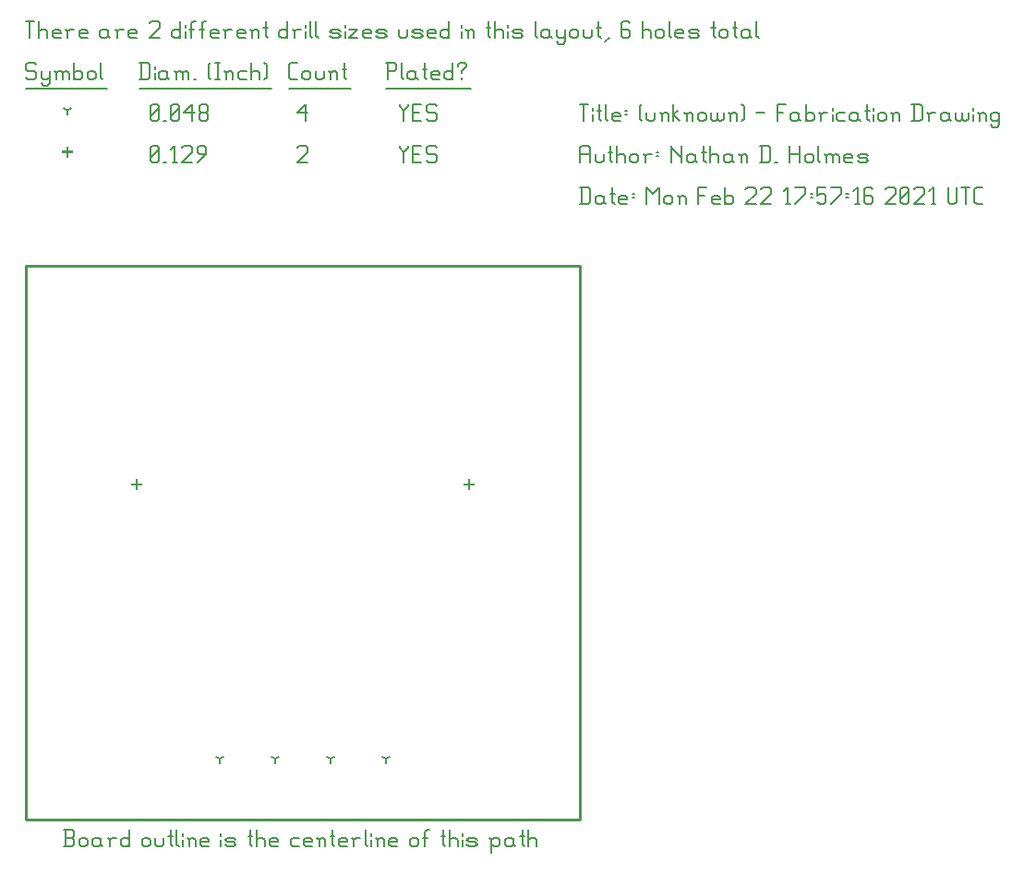
<source format=gbr>
G04 start of page 12 for group -3984 idx -3984 *
G04 Title: (unknown), fab *
G04 Creator: pcb 4.0.2 *
G04 CreationDate: Mon Feb 22 17:57:16 2021 UTC *
G04 For: ndholmes *
G04 Format: Gerber/RS-274X *
G04 PCB-Dimensions (mil): 2000.00 2000.00 *
G04 PCB-Coordinate-Origin: lower left *
%MOIN*%
%FSLAX25Y25*%
%LNFAB*%
%ADD35C,0.0100*%
%ADD34C,0.0060*%
%ADD33R,0.0080X0.0080*%
G54D33*X160000Y122600D02*Y119400D01*
X158400Y121000D02*X161600D01*
X40000Y122600D02*Y119400D01*
X38400Y121000D02*X41600D01*
X15000Y242850D02*Y239650D01*
X13400Y241250D02*X16600D01*
G54D34*X135000Y243500D02*Y242750D01*
X136500Y241250D01*
X138000Y242750D01*
Y243500D02*Y242750D01*
X136500Y241250D02*Y237500D01*
X139800Y240500D02*X142050D01*
X139800Y237500D02*X142800D01*
X139800Y243500D02*Y237500D01*
Y243500D02*X142800D01*
X147600D02*X148350Y242750D01*
X145350Y243500D02*X147600D01*
X144600Y242750D02*X145350Y243500D01*
X144600Y242750D02*Y241250D01*
X145350Y240500D01*
X147600D01*
X148350Y239750D01*
Y238250D01*
X147600Y237500D02*X148350Y238250D01*
X145350Y237500D02*X147600D01*
X144600Y238250D02*X145350Y237500D01*
X98000Y242750D02*X98750Y243500D01*
X101000D01*
X101750Y242750D01*
Y241250D01*
X98000Y237500D02*X101750Y241250D01*
X98000Y237500D02*X101750D01*
X45000Y238250D02*X45750Y237500D01*
X45000Y242750D02*Y238250D01*
Y242750D02*X45750Y243500D01*
X47250D01*
X48000Y242750D01*
Y238250D01*
X47250Y237500D02*X48000Y238250D01*
X45750Y237500D02*X47250D01*
X45000Y239000D02*X48000Y242000D01*
X49800Y237500D02*X50550D01*
X53100D02*X54600D01*
X53850Y243500D02*Y237500D01*
X52350Y242000D02*X53850Y243500D01*
X56400Y242750D02*X57150Y243500D01*
X59400D01*
X60150Y242750D01*
Y241250D01*
X56400Y237500D02*X60150Y241250D01*
X56400Y237500D02*X60150D01*
X61950D02*X64950Y240500D01*
Y242750D02*Y240500D01*
X64200Y243500D02*X64950Y242750D01*
X62700Y243500D02*X64200D01*
X61950Y242750D02*X62700Y243500D01*
X61950Y242750D02*Y241250D01*
X62700Y240500D01*
X64950D01*
X110000Y22000D02*Y20400D01*
Y22000D02*X111387Y22800D01*
X110000Y22000D02*X108613Y22800D01*
X130000Y22000D02*Y20400D01*
Y22000D02*X131387Y22800D01*
X130000Y22000D02*X128613Y22800D01*
X70000Y22000D02*Y20400D01*
Y22000D02*X71387Y22800D01*
X70000Y22000D02*X68613Y22800D01*
X90000Y22000D02*Y20400D01*
Y22000D02*X91387Y22800D01*
X90000Y22000D02*X88613Y22800D01*
X15000Y256250D02*Y254650D01*
Y256250D02*X16387Y257050D01*
X15000Y256250D02*X13613Y257050D01*
X135000Y258500D02*Y257750D01*
X136500Y256250D01*
X138000Y257750D01*
Y258500D02*Y257750D01*
X136500Y256250D02*Y252500D01*
X139800Y255500D02*X142050D01*
X139800Y252500D02*X142800D01*
X139800Y258500D02*Y252500D01*
Y258500D02*X142800D01*
X147600D02*X148350Y257750D01*
X145350Y258500D02*X147600D01*
X144600Y257750D02*X145350Y258500D01*
X144600Y257750D02*Y256250D01*
X145350Y255500D01*
X147600D01*
X148350Y254750D01*
Y253250D01*
X147600Y252500D02*X148350Y253250D01*
X145350Y252500D02*X147600D01*
X144600Y253250D02*X145350Y252500D01*
X98000Y255500D02*X101000Y258500D01*
X98000Y255500D02*X101750D01*
X101000Y258500D02*Y252500D01*
X45000Y253250D02*X45750Y252500D01*
X45000Y257750D02*Y253250D01*
Y257750D02*X45750Y258500D01*
X47250D01*
X48000Y257750D01*
Y253250D01*
X47250Y252500D02*X48000Y253250D01*
X45750Y252500D02*X47250D01*
X45000Y254000D02*X48000Y257000D01*
X49800Y252500D02*X50550D01*
X52350Y253250D02*X53100Y252500D01*
X52350Y257750D02*Y253250D01*
Y257750D02*X53100Y258500D01*
X54600D01*
X55350Y257750D01*
Y253250D01*
X54600Y252500D02*X55350Y253250D01*
X53100Y252500D02*X54600D01*
X52350Y254000D02*X55350Y257000D01*
X57150Y255500D02*X60150Y258500D01*
X57150Y255500D02*X60900D01*
X60150Y258500D02*Y252500D01*
X62700Y253250D02*X63450Y252500D01*
X62700Y254750D02*Y253250D01*
Y254750D02*X63450Y255500D01*
X64950D01*
X65700Y254750D01*
Y253250D01*
X64950Y252500D02*X65700Y253250D01*
X63450Y252500D02*X64950D01*
X62700Y256250D02*X63450Y255500D01*
X62700Y257750D02*Y256250D01*
Y257750D02*X63450Y258500D01*
X64950D01*
X65700Y257750D01*
Y256250D01*
X64950Y255500D02*X65700Y256250D01*
X3000Y273500D02*X3750Y272750D01*
X750Y273500D02*X3000D01*
X0Y272750D02*X750Y273500D01*
X0Y272750D02*Y271250D01*
X750Y270500D01*
X3000D01*
X3750Y269750D01*
Y268250D01*
X3000Y267500D02*X3750Y268250D01*
X750Y267500D02*X3000D01*
X0Y268250D02*X750Y267500D01*
X5550Y270500D02*Y268250D01*
X6300Y267500D01*
X8550Y270500D02*Y266000D01*
X7800Y265250D02*X8550Y266000D01*
X6300Y265250D02*X7800D01*
X5550Y266000D02*X6300Y265250D01*
Y267500D02*X7800D01*
X8550Y268250D01*
X11100Y269750D02*Y267500D01*
Y269750D02*X11850Y270500D01*
X12600D01*
X13350Y269750D01*
Y267500D01*
Y269750D02*X14100Y270500D01*
X14850D01*
X15600Y269750D01*
Y267500D01*
X10350Y270500D02*X11100Y269750D01*
X17400Y273500D02*Y267500D01*
Y268250D02*X18150Y267500D01*
X19650D01*
X20400Y268250D01*
Y269750D02*Y268250D01*
X19650Y270500D02*X20400Y269750D01*
X18150Y270500D02*X19650D01*
X17400Y269750D02*X18150Y270500D01*
X22200Y269750D02*Y268250D01*
Y269750D02*X22950Y270500D01*
X24450D01*
X25200Y269750D01*
Y268250D01*
X24450Y267500D02*X25200Y268250D01*
X22950Y267500D02*X24450D01*
X22200Y268250D02*X22950Y267500D01*
X27000Y273500D02*Y268250D01*
X27750Y267500D01*
X0Y264250D02*X29250D01*
X41750Y273500D02*Y267500D01*
X44000Y273500D02*X44750Y272750D01*
Y268250D01*
X44000Y267500D02*X44750Y268250D01*
X41000Y267500D02*X44000D01*
X41000Y273500D02*X44000D01*
X46550Y272000D02*Y271250D01*
Y269750D02*Y267500D01*
X50300Y270500D02*X51050Y269750D01*
X48800Y270500D02*X50300D01*
X48050Y269750D02*X48800Y270500D01*
X48050Y269750D02*Y268250D01*
X48800Y267500D01*
X51050Y270500D02*Y268250D01*
X51800Y267500D01*
X48800D02*X50300D01*
X51050Y268250D01*
X54350Y269750D02*Y267500D01*
Y269750D02*X55100Y270500D01*
X55850D01*
X56600Y269750D01*
Y267500D01*
Y269750D02*X57350Y270500D01*
X58100D01*
X58850Y269750D01*
Y267500D01*
X53600Y270500D02*X54350Y269750D01*
X60650Y267500D02*X61400D01*
X65900Y268250D02*X66650Y267500D01*
X65900Y272750D02*X66650Y273500D01*
X65900Y272750D02*Y268250D01*
X68450Y273500D02*X69950D01*
X69200D02*Y267500D01*
X68450D02*X69950D01*
X72500Y269750D02*Y267500D01*
Y269750D02*X73250Y270500D01*
X74000D01*
X74750Y269750D01*
Y267500D01*
X71750Y270500D02*X72500Y269750D01*
X77300Y270500D02*X79550D01*
X76550Y269750D02*X77300Y270500D01*
X76550Y269750D02*Y268250D01*
X77300Y267500D01*
X79550D01*
X81350Y273500D02*Y267500D01*
Y269750D02*X82100Y270500D01*
X83600D01*
X84350Y269750D01*
Y267500D01*
X86150Y273500D02*X86900Y272750D01*
Y268250D01*
X86150Y267500D02*X86900Y268250D01*
X41000Y264250D02*X88700D01*
X95750Y267500D02*X98000D01*
X95000Y268250D02*X95750Y267500D01*
X95000Y272750D02*Y268250D01*
Y272750D02*X95750Y273500D01*
X98000D01*
X99800Y269750D02*Y268250D01*
Y269750D02*X100550Y270500D01*
X102050D01*
X102800Y269750D01*
Y268250D01*
X102050Y267500D02*X102800Y268250D01*
X100550Y267500D02*X102050D01*
X99800Y268250D02*X100550Y267500D01*
X104600Y270500D02*Y268250D01*
X105350Y267500D01*
X106850D01*
X107600Y268250D01*
Y270500D02*Y268250D01*
X110150Y269750D02*Y267500D01*
Y269750D02*X110900Y270500D01*
X111650D01*
X112400Y269750D01*
Y267500D01*
X109400Y270500D02*X110150Y269750D01*
X114950Y273500D02*Y268250D01*
X115700Y267500D01*
X114200Y271250D02*X115700D01*
X95000Y264250D02*X117200D01*
X130750Y273500D02*Y267500D01*
X130000Y273500D02*X133000D01*
X133750Y272750D01*
Y271250D01*
X133000Y270500D02*X133750Y271250D01*
X130750Y270500D02*X133000D01*
X135550Y273500D02*Y268250D01*
X136300Y267500D01*
X140050Y270500D02*X140800Y269750D01*
X138550Y270500D02*X140050D01*
X137800Y269750D02*X138550Y270500D01*
X137800Y269750D02*Y268250D01*
X138550Y267500D01*
X140800Y270500D02*Y268250D01*
X141550Y267500D01*
X138550D02*X140050D01*
X140800Y268250D01*
X144100Y273500D02*Y268250D01*
X144850Y267500D01*
X143350Y271250D02*X144850D01*
X147100Y267500D02*X149350D01*
X146350Y268250D02*X147100Y267500D01*
X146350Y269750D02*Y268250D01*
Y269750D02*X147100Y270500D01*
X148600D01*
X149350Y269750D01*
X146350Y269000D02*X149350D01*
Y269750D02*Y269000D01*
X154150Y273500D02*Y267500D01*
X153400D02*X154150Y268250D01*
X151900Y267500D02*X153400D01*
X151150Y268250D02*X151900Y267500D01*
X151150Y269750D02*Y268250D01*
Y269750D02*X151900Y270500D01*
X153400D01*
X154150Y269750D01*
X157450Y270500D02*Y269750D01*
Y268250D02*Y267500D01*
X155950Y272750D02*Y272000D01*
Y272750D02*X156700Y273500D01*
X158200D01*
X158950Y272750D01*
Y272000D01*
X157450Y270500D02*X158950Y272000D01*
X130000Y264250D02*X160750D01*
X0Y288500D02*X3000D01*
X1500D02*Y282500D01*
X4800Y288500D02*Y282500D01*
Y284750D02*X5550Y285500D01*
X7050D01*
X7800Y284750D01*
Y282500D01*
X10350D02*X12600D01*
X9600Y283250D02*X10350Y282500D01*
X9600Y284750D02*Y283250D01*
Y284750D02*X10350Y285500D01*
X11850D01*
X12600Y284750D01*
X9600Y284000D02*X12600D01*
Y284750D02*Y284000D01*
X15150Y284750D02*Y282500D01*
Y284750D02*X15900Y285500D01*
X17400D01*
X14400D02*X15150Y284750D01*
X19950Y282500D02*X22200D01*
X19200Y283250D02*X19950Y282500D01*
X19200Y284750D02*Y283250D01*
Y284750D02*X19950Y285500D01*
X21450D01*
X22200Y284750D01*
X19200Y284000D02*X22200D01*
Y284750D02*Y284000D01*
X28950Y285500D02*X29700Y284750D01*
X27450Y285500D02*X28950D01*
X26700Y284750D02*X27450Y285500D01*
X26700Y284750D02*Y283250D01*
X27450Y282500D01*
X29700Y285500D02*Y283250D01*
X30450Y282500D01*
X27450D02*X28950D01*
X29700Y283250D01*
X33000Y284750D02*Y282500D01*
Y284750D02*X33750Y285500D01*
X35250D01*
X32250D02*X33000Y284750D01*
X37800Y282500D02*X40050D01*
X37050Y283250D02*X37800Y282500D01*
X37050Y284750D02*Y283250D01*
Y284750D02*X37800Y285500D01*
X39300D01*
X40050Y284750D01*
X37050Y284000D02*X40050D01*
Y284750D02*Y284000D01*
X44550Y287750D02*X45300Y288500D01*
X47550D01*
X48300Y287750D01*
Y286250D01*
X44550Y282500D02*X48300Y286250D01*
X44550Y282500D02*X48300D01*
X55800Y288500D02*Y282500D01*
X55050D02*X55800Y283250D01*
X53550Y282500D02*X55050D01*
X52800Y283250D02*X53550Y282500D01*
X52800Y284750D02*Y283250D01*
Y284750D02*X53550Y285500D01*
X55050D01*
X55800Y284750D01*
X57600Y287000D02*Y286250D01*
Y284750D02*Y282500D01*
X59850Y287750D02*Y282500D01*
Y287750D02*X60600Y288500D01*
X61350D01*
X59100Y285500D02*X60600D01*
X63600Y287750D02*Y282500D01*
Y287750D02*X64350Y288500D01*
X65100D01*
X62850Y285500D02*X64350D01*
X67350Y282500D02*X69600D01*
X66600Y283250D02*X67350Y282500D01*
X66600Y284750D02*Y283250D01*
Y284750D02*X67350Y285500D01*
X68850D01*
X69600Y284750D01*
X66600Y284000D02*X69600D01*
Y284750D02*Y284000D01*
X72150Y284750D02*Y282500D01*
Y284750D02*X72900Y285500D01*
X74400D01*
X71400D02*X72150Y284750D01*
X76950Y282500D02*X79200D01*
X76200Y283250D02*X76950Y282500D01*
X76200Y284750D02*Y283250D01*
Y284750D02*X76950Y285500D01*
X78450D01*
X79200Y284750D01*
X76200Y284000D02*X79200D01*
Y284750D02*Y284000D01*
X81750Y284750D02*Y282500D01*
Y284750D02*X82500Y285500D01*
X83250D01*
X84000Y284750D01*
Y282500D01*
X81000Y285500D02*X81750Y284750D01*
X86550Y288500D02*Y283250D01*
X87300Y282500D01*
X85800Y286250D02*X87300D01*
X94500Y288500D02*Y282500D01*
X93750D02*X94500Y283250D01*
X92250Y282500D02*X93750D01*
X91500Y283250D02*X92250Y282500D01*
X91500Y284750D02*Y283250D01*
Y284750D02*X92250Y285500D01*
X93750D01*
X94500Y284750D01*
X97050D02*Y282500D01*
Y284750D02*X97800Y285500D01*
X99300D01*
X96300D02*X97050Y284750D01*
X101100Y287000D02*Y286250D01*
Y284750D02*Y282500D01*
X102600Y288500D02*Y283250D01*
X103350Y282500D01*
X104850Y288500D02*Y283250D01*
X105600Y282500D01*
X110550D02*X112800D01*
X113550Y283250D01*
X112800Y284000D02*X113550Y283250D01*
X110550Y284000D02*X112800D01*
X109800Y284750D02*X110550Y284000D01*
X109800Y284750D02*X110550Y285500D01*
X112800D01*
X113550Y284750D01*
X109800Y283250D02*X110550Y282500D01*
X115350Y287000D02*Y286250D01*
Y284750D02*Y282500D01*
X116850Y285500D02*X119850D01*
X116850Y282500D02*X119850Y285500D01*
X116850Y282500D02*X119850D01*
X122400D02*X124650D01*
X121650Y283250D02*X122400Y282500D01*
X121650Y284750D02*Y283250D01*
Y284750D02*X122400Y285500D01*
X123900D01*
X124650Y284750D01*
X121650Y284000D02*X124650D01*
Y284750D02*Y284000D01*
X127200Y282500D02*X129450D01*
X130200Y283250D01*
X129450Y284000D02*X130200Y283250D01*
X127200Y284000D02*X129450D01*
X126450Y284750D02*X127200Y284000D01*
X126450Y284750D02*X127200Y285500D01*
X129450D01*
X130200Y284750D01*
X126450Y283250D02*X127200Y282500D01*
X134700Y285500D02*Y283250D01*
X135450Y282500D01*
X136950D01*
X137700Y283250D01*
Y285500D02*Y283250D01*
X140250Y282500D02*X142500D01*
X143250Y283250D01*
X142500Y284000D02*X143250Y283250D01*
X140250Y284000D02*X142500D01*
X139500Y284750D02*X140250Y284000D01*
X139500Y284750D02*X140250Y285500D01*
X142500D01*
X143250Y284750D01*
X139500Y283250D02*X140250Y282500D01*
X145800D02*X148050D01*
X145050Y283250D02*X145800Y282500D01*
X145050Y284750D02*Y283250D01*
Y284750D02*X145800Y285500D01*
X147300D01*
X148050Y284750D01*
X145050Y284000D02*X148050D01*
Y284750D02*Y284000D01*
X152850Y288500D02*Y282500D01*
X152100D02*X152850Y283250D01*
X150600Y282500D02*X152100D01*
X149850Y283250D02*X150600Y282500D01*
X149850Y284750D02*Y283250D01*
Y284750D02*X150600Y285500D01*
X152100D01*
X152850Y284750D01*
X157350Y287000D02*Y286250D01*
Y284750D02*Y282500D01*
X159600Y284750D02*Y282500D01*
Y284750D02*X160350Y285500D01*
X161100D01*
X161850Y284750D01*
Y282500D01*
X158850Y285500D02*X159600Y284750D01*
X167100Y288500D02*Y283250D01*
X167850Y282500D01*
X166350Y286250D02*X167850D01*
X169350Y288500D02*Y282500D01*
Y284750D02*X170100Y285500D01*
X171600D01*
X172350Y284750D01*
Y282500D01*
X174150Y287000D02*Y286250D01*
Y284750D02*Y282500D01*
X176400D02*X178650D01*
X179400Y283250D01*
X178650Y284000D02*X179400Y283250D01*
X176400Y284000D02*X178650D01*
X175650Y284750D02*X176400Y284000D01*
X175650Y284750D02*X176400Y285500D01*
X178650D01*
X179400Y284750D01*
X175650Y283250D02*X176400Y282500D01*
X183900Y288500D02*Y283250D01*
X184650Y282500D01*
X188400Y285500D02*X189150Y284750D01*
X186900Y285500D02*X188400D01*
X186150Y284750D02*X186900Y285500D01*
X186150Y284750D02*Y283250D01*
X186900Y282500D01*
X189150Y285500D02*Y283250D01*
X189900Y282500D01*
X186900D02*X188400D01*
X189150Y283250D01*
X191700Y285500D02*Y283250D01*
X192450Y282500D01*
X194700Y285500D02*Y281000D01*
X193950Y280250D02*X194700Y281000D01*
X192450Y280250D02*X193950D01*
X191700Y281000D02*X192450Y280250D01*
Y282500D02*X193950D01*
X194700Y283250D01*
X196500Y284750D02*Y283250D01*
Y284750D02*X197250Y285500D01*
X198750D01*
X199500Y284750D01*
Y283250D01*
X198750Y282500D02*X199500Y283250D01*
X197250Y282500D02*X198750D01*
X196500Y283250D02*X197250Y282500D01*
X201300Y285500D02*Y283250D01*
X202050Y282500D01*
X203550D01*
X204300Y283250D01*
Y285500D02*Y283250D01*
X206850Y288500D02*Y283250D01*
X207600Y282500D01*
X206100Y286250D02*X207600D01*
X209100Y281000D02*X210600Y282500D01*
X217350Y288500D02*X218100Y287750D01*
X215850Y288500D02*X217350D01*
X215100Y287750D02*X215850Y288500D01*
X215100Y287750D02*Y283250D01*
X215850Y282500D01*
X217350Y285500D02*X218100Y284750D01*
X215100Y285500D02*X217350D01*
X215850Y282500D02*X217350D01*
X218100Y283250D01*
Y284750D02*Y283250D01*
X222600Y288500D02*Y282500D01*
Y284750D02*X223350Y285500D01*
X224850D01*
X225600Y284750D01*
Y282500D01*
X227400Y284750D02*Y283250D01*
Y284750D02*X228150Y285500D01*
X229650D01*
X230400Y284750D01*
Y283250D01*
X229650Y282500D02*X230400Y283250D01*
X228150Y282500D02*X229650D01*
X227400Y283250D02*X228150Y282500D01*
X232200Y288500D02*Y283250D01*
X232950Y282500D01*
X235200D02*X237450D01*
X234450Y283250D02*X235200Y282500D01*
X234450Y284750D02*Y283250D01*
Y284750D02*X235200Y285500D01*
X236700D01*
X237450Y284750D01*
X234450Y284000D02*X237450D01*
Y284750D02*Y284000D01*
X240000Y282500D02*X242250D01*
X243000Y283250D01*
X242250Y284000D02*X243000Y283250D01*
X240000Y284000D02*X242250D01*
X239250Y284750D02*X240000Y284000D01*
X239250Y284750D02*X240000Y285500D01*
X242250D01*
X243000Y284750D01*
X239250Y283250D02*X240000Y282500D01*
X248250Y288500D02*Y283250D01*
X249000Y282500D01*
X247500Y286250D02*X249000D01*
X250500Y284750D02*Y283250D01*
Y284750D02*X251250Y285500D01*
X252750D01*
X253500Y284750D01*
Y283250D01*
X252750Y282500D02*X253500Y283250D01*
X251250Y282500D02*X252750D01*
X250500Y283250D02*X251250Y282500D01*
X256050Y288500D02*Y283250D01*
X256800Y282500D01*
X255300Y286250D02*X256800D01*
X260550Y285500D02*X261300Y284750D01*
X259050Y285500D02*X260550D01*
X258300Y284750D02*X259050Y285500D01*
X258300Y284750D02*Y283250D01*
X259050Y282500D01*
X261300Y285500D02*Y283250D01*
X262050Y282500D01*
X259050D02*X260550D01*
X261300Y283250D01*
X263850Y288500D02*Y283250D01*
X264600Y282500D01*
G54D35*X0Y200000D02*Y0D01*
X200000D01*
Y200000D01*
X0D01*
G54D34*X13675Y-9500D02*X16675D01*
X17425Y-8750D01*
Y-7250D02*Y-8750D01*
X16675Y-6500D02*X17425Y-7250D01*
X14425Y-6500D02*X16675D01*
X14425Y-3500D02*Y-9500D01*
X13675Y-3500D02*X16675D01*
X17425Y-4250D01*
Y-5750D01*
X16675Y-6500D02*X17425Y-5750D01*
X19225Y-7250D02*Y-8750D01*
Y-7250D02*X19975Y-6500D01*
X21475D01*
X22225Y-7250D01*
Y-8750D01*
X21475Y-9500D02*X22225Y-8750D01*
X19975Y-9500D02*X21475D01*
X19225Y-8750D02*X19975Y-9500D01*
X26275Y-6500D02*X27025Y-7250D01*
X24775Y-6500D02*X26275D01*
X24025Y-7250D02*X24775Y-6500D01*
X24025Y-7250D02*Y-8750D01*
X24775Y-9500D01*
X27025Y-6500D02*Y-8750D01*
X27775Y-9500D01*
X24775D02*X26275D01*
X27025Y-8750D01*
X30325Y-7250D02*Y-9500D01*
Y-7250D02*X31075Y-6500D01*
X32575D01*
X29575D02*X30325Y-7250D01*
X37375Y-3500D02*Y-9500D01*
X36625D02*X37375Y-8750D01*
X35125Y-9500D02*X36625D01*
X34375Y-8750D02*X35125Y-9500D01*
X34375Y-7250D02*Y-8750D01*
Y-7250D02*X35125Y-6500D01*
X36625D01*
X37375Y-7250D01*
X41875D02*Y-8750D01*
Y-7250D02*X42625Y-6500D01*
X44125D01*
X44875Y-7250D01*
Y-8750D01*
X44125Y-9500D02*X44875Y-8750D01*
X42625Y-9500D02*X44125D01*
X41875Y-8750D02*X42625Y-9500D01*
X46675Y-6500D02*Y-8750D01*
X47425Y-9500D01*
X48925D01*
X49675Y-8750D01*
Y-6500D02*Y-8750D01*
X52225Y-3500D02*Y-8750D01*
X52975Y-9500D01*
X51475Y-5750D02*X52975D01*
X54475Y-3500D02*Y-8750D01*
X55225Y-9500D01*
X56725Y-5000D02*Y-5750D01*
Y-7250D02*Y-9500D01*
X58975Y-7250D02*Y-9500D01*
Y-7250D02*X59725Y-6500D01*
X60475D01*
X61225Y-7250D01*
Y-9500D01*
X58225Y-6500D02*X58975Y-7250D01*
X63775Y-9500D02*X66025D01*
X63025Y-8750D02*X63775Y-9500D01*
X63025Y-7250D02*Y-8750D01*
Y-7250D02*X63775Y-6500D01*
X65275D01*
X66025Y-7250D01*
X63025Y-8000D02*X66025D01*
Y-7250D02*Y-8000D01*
X70525Y-5000D02*Y-5750D01*
Y-7250D02*Y-9500D01*
X72775D02*X75025D01*
X75775Y-8750D01*
X75025Y-8000D02*X75775Y-8750D01*
X72775Y-8000D02*X75025D01*
X72025Y-7250D02*X72775Y-8000D01*
X72025Y-7250D02*X72775Y-6500D01*
X75025D01*
X75775Y-7250D01*
X72025Y-8750D02*X72775Y-9500D01*
X81025Y-3500D02*Y-8750D01*
X81775Y-9500D01*
X80275Y-5750D02*X81775D01*
X83275Y-3500D02*Y-9500D01*
Y-7250D02*X84025Y-6500D01*
X85525D01*
X86275Y-7250D01*
Y-9500D01*
X88825D02*X91075D01*
X88075Y-8750D02*X88825Y-9500D01*
X88075Y-7250D02*Y-8750D01*
Y-7250D02*X88825Y-6500D01*
X90325D01*
X91075Y-7250D01*
X88075Y-8000D02*X91075D01*
Y-7250D02*Y-8000D01*
X96325Y-6500D02*X98575D01*
X95575Y-7250D02*X96325Y-6500D01*
X95575Y-7250D02*Y-8750D01*
X96325Y-9500D01*
X98575D01*
X101125D02*X103375D01*
X100375Y-8750D02*X101125Y-9500D01*
X100375Y-7250D02*Y-8750D01*
Y-7250D02*X101125Y-6500D01*
X102625D01*
X103375Y-7250D01*
X100375Y-8000D02*X103375D01*
Y-7250D02*Y-8000D01*
X105925Y-7250D02*Y-9500D01*
Y-7250D02*X106675Y-6500D01*
X107425D01*
X108175Y-7250D01*
Y-9500D01*
X105175Y-6500D02*X105925Y-7250D01*
X110725Y-3500D02*Y-8750D01*
X111475Y-9500D01*
X109975Y-5750D02*X111475D01*
X113725Y-9500D02*X115975D01*
X112975Y-8750D02*X113725Y-9500D01*
X112975Y-7250D02*Y-8750D01*
Y-7250D02*X113725Y-6500D01*
X115225D01*
X115975Y-7250D01*
X112975Y-8000D02*X115975D01*
Y-7250D02*Y-8000D01*
X118525Y-7250D02*Y-9500D01*
Y-7250D02*X119275Y-6500D01*
X120775D01*
X117775D02*X118525Y-7250D01*
X122575Y-3500D02*Y-8750D01*
X123325Y-9500D01*
X124825Y-5000D02*Y-5750D01*
Y-7250D02*Y-9500D01*
X127075Y-7250D02*Y-9500D01*
Y-7250D02*X127825Y-6500D01*
X128575D01*
X129325Y-7250D01*
Y-9500D01*
X126325Y-6500D02*X127075Y-7250D01*
X131875Y-9500D02*X134125D01*
X131125Y-8750D02*X131875Y-9500D01*
X131125Y-7250D02*Y-8750D01*
Y-7250D02*X131875Y-6500D01*
X133375D01*
X134125Y-7250D01*
X131125Y-8000D02*X134125D01*
Y-7250D02*Y-8000D01*
X138625Y-7250D02*Y-8750D01*
Y-7250D02*X139375Y-6500D01*
X140875D01*
X141625Y-7250D01*
Y-8750D01*
X140875Y-9500D02*X141625Y-8750D01*
X139375Y-9500D02*X140875D01*
X138625Y-8750D02*X139375Y-9500D01*
X144175Y-4250D02*Y-9500D01*
Y-4250D02*X144925Y-3500D01*
X145675D01*
X143425Y-6500D02*X144925D01*
X150625Y-3500D02*Y-8750D01*
X151375Y-9500D01*
X149875Y-5750D02*X151375D01*
X152875Y-3500D02*Y-9500D01*
Y-7250D02*X153625Y-6500D01*
X155125D01*
X155875Y-7250D01*
Y-9500D01*
X157675Y-5000D02*Y-5750D01*
Y-7250D02*Y-9500D01*
X159925D02*X162175D01*
X162925Y-8750D01*
X162175Y-8000D02*X162925Y-8750D01*
X159925Y-8000D02*X162175D01*
X159175Y-7250D02*X159925Y-8000D01*
X159175Y-7250D02*X159925Y-6500D01*
X162175D01*
X162925Y-7250D01*
X159175Y-8750D02*X159925Y-9500D01*
X168175Y-7250D02*Y-11750D01*
X167425Y-6500D02*X168175Y-7250D01*
X168925Y-6500D01*
X170425D01*
X171175Y-7250D01*
Y-8750D01*
X170425Y-9500D02*X171175Y-8750D01*
X168925Y-9500D02*X170425D01*
X168175Y-8750D02*X168925Y-9500D01*
X175225Y-6500D02*X175975Y-7250D01*
X173725Y-6500D02*X175225D01*
X172975Y-7250D02*X173725Y-6500D01*
X172975Y-7250D02*Y-8750D01*
X173725Y-9500D01*
X175975Y-6500D02*Y-8750D01*
X176725Y-9500D01*
X173725D02*X175225D01*
X175975Y-8750D01*
X179275Y-3500D02*Y-8750D01*
X180025Y-9500D01*
X178525Y-5750D02*X180025D01*
X181525Y-3500D02*Y-9500D01*
Y-7250D02*X182275Y-6500D01*
X183775D01*
X184525Y-7250D01*
Y-9500D01*
X200750Y228500D02*Y222500D01*
X203000Y228500D02*X203750Y227750D01*
Y223250D01*
X203000Y222500D02*X203750Y223250D01*
X200000Y222500D02*X203000D01*
X200000Y228500D02*X203000D01*
X207800Y225500D02*X208550Y224750D01*
X206300Y225500D02*X207800D01*
X205550Y224750D02*X206300Y225500D01*
X205550Y224750D02*Y223250D01*
X206300Y222500D01*
X208550Y225500D02*Y223250D01*
X209300Y222500D01*
X206300D02*X207800D01*
X208550Y223250D01*
X211850Y228500D02*Y223250D01*
X212600Y222500D01*
X211100Y226250D02*X212600D01*
X214850Y222500D02*X217100D01*
X214100Y223250D02*X214850Y222500D01*
X214100Y224750D02*Y223250D01*
Y224750D02*X214850Y225500D01*
X216350D01*
X217100Y224750D01*
X214100Y224000D02*X217100D01*
Y224750D02*Y224000D01*
X218900Y226250D02*X219650D01*
X218900Y224750D02*X219650D01*
X224150Y228500D02*Y222500D01*
Y228500D02*X226400Y226250D01*
X228650Y228500D01*
Y222500D01*
X230450Y224750D02*Y223250D01*
Y224750D02*X231200Y225500D01*
X232700D01*
X233450Y224750D01*
Y223250D01*
X232700Y222500D02*X233450Y223250D01*
X231200Y222500D02*X232700D01*
X230450Y223250D02*X231200Y222500D01*
X236000Y224750D02*Y222500D01*
Y224750D02*X236750Y225500D01*
X237500D01*
X238250Y224750D01*
Y222500D01*
X235250Y225500D02*X236000Y224750D01*
X242750Y228500D02*Y222500D01*
Y228500D02*X245750D01*
X242750Y225500D02*X245000D01*
X248300Y222500D02*X250550D01*
X247550Y223250D02*X248300Y222500D01*
X247550Y224750D02*Y223250D01*
Y224750D02*X248300Y225500D01*
X249800D01*
X250550Y224750D01*
X247550Y224000D02*X250550D01*
Y224750D02*Y224000D01*
X252350Y228500D02*Y222500D01*
Y223250D02*X253100Y222500D01*
X254600D01*
X255350Y223250D01*
Y224750D02*Y223250D01*
X254600Y225500D02*X255350Y224750D01*
X253100Y225500D02*X254600D01*
X252350Y224750D02*X253100Y225500D01*
X259850Y227750D02*X260600Y228500D01*
X262850D01*
X263600Y227750D01*
Y226250D01*
X259850Y222500D02*X263600Y226250D01*
X259850Y222500D02*X263600D01*
X265400Y227750D02*X266150Y228500D01*
X268400D01*
X269150Y227750D01*
Y226250D01*
X265400Y222500D02*X269150Y226250D01*
X265400Y222500D02*X269150D01*
X274400D02*X275900D01*
X275150Y228500D02*Y222500D01*
X273650Y227000D02*X275150Y228500D01*
X277700Y222500D02*X281450Y226250D01*
Y228500D02*Y226250D01*
X277700Y228500D02*X281450D01*
X283250Y226250D02*X284000D01*
X283250Y224750D02*X284000D01*
X285800Y228500D02*X288800D01*
X285800D02*Y225500D01*
X286550Y226250D01*
X288050D01*
X288800Y225500D01*
Y223250D01*
X288050Y222500D02*X288800Y223250D01*
X286550Y222500D02*X288050D01*
X285800Y223250D02*X286550Y222500D01*
X290600D02*X294350Y226250D01*
Y228500D02*Y226250D01*
X290600Y228500D02*X294350D01*
X296150Y226250D02*X296900D01*
X296150Y224750D02*X296900D01*
X299450Y222500D02*X300950D01*
X300200Y228500D02*Y222500D01*
X298700Y227000D02*X300200Y228500D01*
X305000D02*X305750Y227750D01*
X303500Y228500D02*X305000D01*
X302750Y227750D02*X303500Y228500D01*
X302750Y227750D02*Y223250D01*
X303500Y222500D01*
X305000Y225500D02*X305750Y224750D01*
X302750Y225500D02*X305000D01*
X303500Y222500D02*X305000D01*
X305750Y223250D01*
Y224750D02*Y223250D01*
X310250Y227750D02*X311000Y228500D01*
X313250D01*
X314000Y227750D01*
Y226250D01*
X310250Y222500D02*X314000Y226250D01*
X310250Y222500D02*X314000D01*
X315800Y223250D02*X316550Y222500D01*
X315800Y227750D02*Y223250D01*
Y227750D02*X316550Y228500D01*
X318050D01*
X318800Y227750D01*
Y223250D01*
X318050Y222500D02*X318800Y223250D01*
X316550Y222500D02*X318050D01*
X315800Y224000D02*X318800Y227000D01*
X320600Y227750D02*X321350Y228500D01*
X323600D01*
X324350Y227750D01*
Y226250D01*
X320600Y222500D02*X324350Y226250D01*
X320600Y222500D02*X324350D01*
X326900D02*X328400D01*
X327650Y228500D02*Y222500D01*
X326150Y227000D02*X327650Y228500D01*
X332900D02*Y223250D01*
X333650Y222500D01*
X335150D01*
X335900Y223250D01*
Y228500D02*Y223250D01*
X337700Y228500D02*X340700D01*
X339200D02*Y222500D01*
X343250D02*X345500D01*
X342500Y223250D02*X343250Y222500D01*
X342500Y227750D02*Y223250D01*
Y227750D02*X343250Y228500D01*
X345500D01*
X200000Y242750D02*Y237500D01*
Y242750D02*X200750Y243500D01*
X203000D01*
X203750Y242750D01*
Y237500D01*
X200000Y240500D02*X203750D01*
X205550D02*Y238250D01*
X206300Y237500D01*
X207800D01*
X208550Y238250D01*
Y240500D02*Y238250D01*
X211100Y243500D02*Y238250D01*
X211850Y237500D01*
X210350Y241250D02*X211850D01*
X213350Y243500D02*Y237500D01*
Y239750D02*X214100Y240500D01*
X215600D01*
X216350Y239750D01*
Y237500D01*
X218150Y239750D02*Y238250D01*
Y239750D02*X218900Y240500D01*
X220400D01*
X221150Y239750D01*
Y238250D01*
X220400Y237500D02*X221150Y238250D01*
X218900Y237500D02*X220400D01*
X218150Y238250D02*X218900Y237500D01*
X223700Y239750D02*Y237500D01*
Y239750D02*X224450Y240500D01*
X225950D01*
X222950D02*X223700Y239750D01*
X227750Y241250D02*X228500D01*
X227750Y239750D02*X228500D01*
X233000Y243500D02*Y237500D01*
Y243500D02*Y242750D01*
X236750Y239000D01*
Y243500D02*Y237500D01*
X240800Y240500D02*X241550Y239750D01*
X239300Y240500D02*X240800D01*
X238550Y239750D02*X239300Y240500D01*
X238550Y239750D02*Y238250D01*
X239300Y237500D01*
X241550Y240500D02*Y238250D01*
X242300Y237500D01*
X239300D02*X240800D01*
X241550Y238250D01*
X244850Y243500D02*Y238250D01*
X245600Y237500D01*
X244100Y241250D02*X245600D01*
X247100Y243500D02*Y237500D01*
Y239750D02*X247850Y240500D01*
X249350D01*
X250100Y239750D01*
Y237500D01*
X254150Y240500D02*X254900Y239750D01*
X252650Y240500D02*X254150D01*
X251900Y239750D02*X252650Y240500D01*
X251900Y239750D02*Y238250D01*
X252650Y237500D01*
X254900Y240500D02*Y238250D01*
X255650Y237500D01*
X252650D02*X254150D01*
X254900Y238250D01*
X258200Y239750D02*Y237500D01*
Y239750D02*X258950Y240500D01*
X259700D01*
X260450Y239750D01*
Y237500D01*
X257450Y240500D02*X258200Y239750D01*
X265700Y243500D02*Y237500D01*
X267950Y243500D02*X268700Y242750D01*
Y238250D01*
X267950Y237500D02*X268700Y238250D01*
X264950Y237500D02*X267950D01*
X264950Y243500D02*X267950D01*
X270500Y237500D02*X271250D01*
X275750Y243500D02*Y237500D01*
X279500Y243500D02*Y237500D01*
X275750Y240500D02*X279500D01*
X281300Y239750D02*Y238250D01*
Y239750D02*X282050Y240500D01*
X283550D01*
X284300Y239750D01*
Y238250D01*
X283550Y237500D02*X284300Y238250D01*
X282050Y237500D02*X283550D01*
X281300Y238250D02*X282050Y237500D01*
X286100Y243500D02*Y238250D01*
X286850Y237500D01*
X289100Y239750D02*Y237500D01*
Y239750D02*X289850Y240500D01*
X290600D01*
X291350Y239750D01*
Y237500D01*
Y239750D02*X292100Y240500D01*
X292850D01*
X293600Y239750D01*
Y237500D01*
X288350Y240500D02*X289100Y239750D01*
X296150Y237500D02*X298400D01*
X295400Y238250D02*X296150Y237500D01*
X295400Y239750D02*Y238250D01*
Y239750D02*X296150Y240500D01*
X297650D01*
X298400Y239750D01*
X295400Y239000D02*X298400D01*
Y239750D02*Y239000D01*
X300950Y237500D02*X303200D01*
X303950Y238250D01*
X303200Y239000D02*X303950Y238250D01*
X300950Y239000D02*X303200D01*
X300200Y239750D02*X300950Y239000D01*
X300200Y239750D02*X300950Y240500D01*
X303200D01*
X303950Y239750D01*
X300200Y238250D02*X300950Y237500D01*
X200000Y258500D02*X203000D01*
X201500D02*Y252500D01*
X204800Y257000D02*Y256250D01*
Y254750D02*Y252500D01*
X207050Y258500D02*Y253250D01*
X207800Y252500D01*
X206300Y256250D02*X207800D01*
X209300Y258500D02*Y253250D01*
X210050Y252500D01*
X212300D02*X214550D01*
X211550Y253250D02*X212300Y252500D01*
X211550Y254750D02*Y253250D01*
Y254750D02*X212300Y255500D01*
X213800D01*
X214550Y254750D01*
X211550Y254000D02*X214550D01*
Y254750D02*Y254000D01*
X216350Y256250D02*X217100D01*
X216350Y254750D02*X217100D01*
X221600Y253250D02*X222350Y252500D01*
X221600Y257750D02*X222350Y258500D01*
X221600Y257750D02*Y253250D01*
X224150Y255500D02*Y253250D01*
X224900Y252500D01*
X226400D01*
X227150Y253250D01*
Y255500D02*Y253250D01*
X229700Y254750D02*Y252500D01*
Y254750D02*X230450Y255500D01*
X231200D01*
X231950Y254750D01*
Y252500D01*
X228950Y255500D02*X229700Y254750D01*
X233750Y258500D02*Y252500D01*
Y254750D02*X236000Y252500D01*
X233750Y254750D02*X235250Y256250D01*
X238550Y254750D02*Y252500D01*
Y254750D02*X239300Y255500D01*
X240050D01*
X240800Y254750D01*
Y252500D01*
X237800Y255500D02*X238550Y254750D01*
X242600D02*Y253250D01*
Y254750D02*X243350Y255500D01*
X244850D01*
X245600Y254750D01*
Y253250D01*
X244850Y252500D02*X245600Y253250D01*
X243350Y252500D02*X244850D01*
X242600Y253250D02*X243350Y252500D01*
X247400Y255500D02*Y253250D01*
X248150Y252500D01*
X248900D01*
X249650Y253250D01*
Y255500D02*Y253250D01*
X250400Y252500D01*
X251150D01*
X251900Y253250D01*
Y255500D02*Y253250D01*
X254450Y254750D02*Y252500D01*
Y254750D02*X255200Y255500D01*
X255950D01*
X256700Y254750D01*
Y252500D01*
X253700Y255500D02*X254450Y254750D01*
X258500Y258500D02*X259250Y257750D01*
Y253250D01*
X258500Y252500D02*X259250Y253250D01*
X263750Y255500D02*X266750D01*
X271250Y258500D02*Y252500D01*
Y258500D02*X274250D01*
X271250Y255500D02*X273500D01*
X278300D02*X279050Y254750D01*
X276800Y255500D02*X278300D01*
X276050Y254750D02*X276800Y255500D01*
X276050Y254750D02*Y253250D01*
X276800Y252500D01*
X279050Y255500D02*Y253250D01*
X279800Y252500D01*
X276800D02*X278300D01*
X279050Y253250D01*
X281600Y258500D02*Y252500D01*
Y253250D02*X282350Y252500D01*
X283850D01*
X284600Y253250D01*
Y254750D02*Y253250D01*
X283850Y255500D02*X284600Y254750D01*
X282350Y255500D02*X283850D01*
X281600Y254750D02*X282350Y255500D01*
X287150Y254750D02*Y252500D01*
Y254750D02*X287900Y255500D01*
X289400D01*
X286400D02*X287150Y254750D01*
X291200Y257000D02*Y256250D01*
Y254750D02*Y252500D01*
X293450Y255500D02*X295700D01*
X292700Y254750D02*X293450Y255500D01*
X292700Y254750D02*Y253250D01*
X293450Y252500D01*
X295700D01*
X299750Y255500D02*X300500Y254750D01*
X298250Y255500D02*X299750D01*
X297500Y254750D02*X298250Y255500D01*
X297500Y254750D02*Y253250D01*
X298250Y252500D01*
X300500Y255500D02*Y253250D01*
X301250Y252500D01*
X298250D02*X299750D01*
X300500Y253250D01*
X303800Y258500D02*Y253250D01*
X304550Y252500D01*
X303050Y256250D02*X304550D01*
X306050Y257000D02*Y256250D01*
Y254750D02*Y252500D01*
X307550Y254750D02*Y253250D01*
Y254750D02*X308300Y255500D01*
X309800D01*
X310550Y254750D01*
Y253250D01*
X309800Y252500D02*X310550Y253250D01*
X308300Y252500D02*X309800D01*
X307550Y253250D02*X308300Y252500D01*
X313100Y254750D02*Y252500D01*
Y254750D02*X313850Y255500D01*
X314600D01*
X315350Y254750D01*
Y252500D01*
X312350Y255500D02*X313100Y254750D01*
X320600Y258500D02*Y252500D01*
X322850Y258500D02*X323600Y257750D01*
Y253250D01*
X322850Y252500D02*X323600Y253250D01*
X319850Y252500D02*X322850D01*
X319850Y258500D02*X322850D01*
X326150Y254750D02*Y252500D01*
Y254750D02*X326900Y255500D01*
X328400D01*
X325400D02*X326150Y254750D01*
X332450Y255500D02*X333200Y254750D01*
X330950Y255500D02*X332450D01*
X330200Y254750D02*X330950Y255500D01*
X330200Y254750D02*Y253250D01*
X330950Y252500D01*
X333200Y255500D02*Y253250D01*
X333950Y252500D01*
X330950D02*X332450D01*
X333200Y253250D01*
X335750Y255500D02*Y253250D01*
X336500Y252500D01*
X337250D01*
X338000Y253250D01*
Y255500D02*Y253250D01*
X338750Y252500D01*
X339500D01*
X340250Y253250D01*
Y255500D02*Y253250D01*
X342050Y257000D02*Y256250D01*
Y254750D02*Y252500D01*
X344300Y254750D02*Y252500D01*
Y254750D02*X345050Y255500D01*
X345800D01*
X346550Y254750D01*
Y252500D01*
X343550Y255500D02*X344300Y254750D01*
X350600Y255500D02*X351350Y254750D01*
X349100Y255500D02*X350600D01*
X348350Y254750D02*X349100Y255500D01*
X348350Y254750D02*Y253250D01*
X349100Y252500D01*
X350600D01*
X351350Y253250D01*
X348350Y251000D02*X349100Y250250D01*
X350600D01*
X351350Y251000D01*
Y255500D02*Y251000D01*
M02*

</source>
